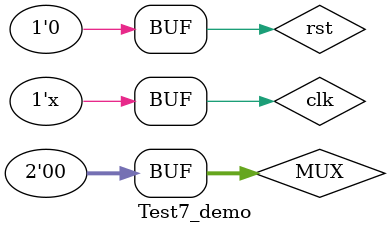
<source format=v>
`timescale 1ns / 1ps


module Test7_demo;
	// Inputs
	reg clk;
	reg rst;
	reg [1:0] MUX;
	// Outputs
	wire [7:0] LED;
	wire [5:0] op_code;
	wire [5:0] funct;
	wire [4:0] rs_addr;
	wire [4:0] rt_addr;
	wire [4:0] rd_addr;
	wire [4:0] shamt;
	wire [31:0] Inst_code;
	Fetch_Inst_test7 uut (
		.clk(clk), 
		.rst(rst), 
		.LED(LED), 
		.MUX(MUX), 
		.op_code(op_code), 
		.funct(funct), 
		.rs_addr(rs_addr), 
		.rt_addr(rt_addr), 
		.rd_addr(rd_addr), 
		.shamt(shamt), 
		.Inst_code(Inst_code)
	);
	always #33 clk = ~clk;
	initial begin
		clk = 0;
		rst = 1;
		MUX = 0;
		#2;
      rst = 0;
	end
      
endmodule

</source>
